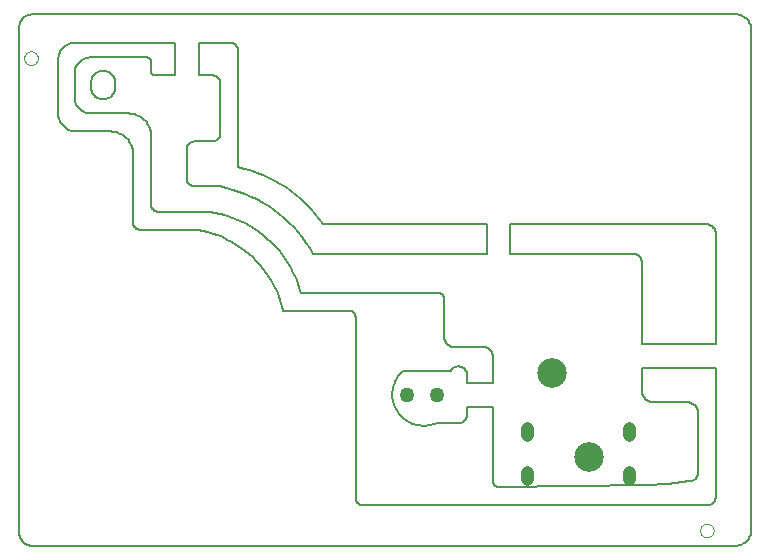
<source format=gbp>
G75*
G70*
%OFA0B0*%
%FSLAX24Y24*%
%IPPOS*%
%LPD*%
%AMOC8*
5,1,8,0,0,1.08239X$1,22.5*
%
%ADD10C,0.0050*%
%ADD11C,0.0004*%
%ADD12C,0.0433*%
%ADD13C,0.0500*%
%ADD14C,0.0984*%
%ADD15C,0.0000*%
D10*
X000929Y000534D02*
X024328Y000534D01*
X024327Y000533D02*
X024374Y000530D01*
X024420Y000531D01*
X024466Y000536D01*
X024512Y000544D01*
X024556Y000557D01*
X024600Y000573D01*
X024642Y000592D01*
X024682Y000615D01*
X024720Y000641D01*
X024756Y000671D01*
X024790Y000703D01*
X024821Y000737D01*
X024848Y000775D01*
X024873Y000814D01*
X024894Y000855D01*
X024912Y000898D01*
X024926Y000942D01*
X024936Y000987D01*
X024943Y001033D01*
X024943Y001034D02*
X024943Y017752D01*
X024943Y017753D02*
X024936Y017798D01*
X024926Y017844D01*
X024911Y017888D01*
X024894Y017930D01*
X024872Y017971D01*
X024848Y018011D01*
X024820Y018048D01*
X024789Y018082D01*
X024756Y018114D01*
X024720Y018143D01*
X024682Y018170D01*
X024641Y018192D01*
X024599Y018212D01*
X024556Y018228D01*
X024511Y018240D01*
X024466Y018248D01*
X024420Y018253D01*
X024374Y018254D01*
X024327Y018251D01*
X024328Y018250D02*
X000929Y018250D01*
X000930Y018250D02*
X000889Y018243D01*
X000849Y018233D01*
X000809Y018219D01*
X000772Y018201D01*
X000736Y018180D01*
X000702Y018156D01*
X000671Y018129D01*
X000642Y018099D01*
X000616Y018066D01*
X000593Y018032D01*
X000574Y017995D01*
X000558Y017956D01*
X000546Y017917D01*
X000537Y017876D01*
X000532Y017835D01*
X000531Y017793D01*
X000534Y017752D01*
X000534Y001034D01*
X000531Y000993D01*
X000532Y000951D01*
X000537Y000910D01*
X000545Y000869D01*
X000558Y000829D01*
X000574Y000791D01*
X000593Y000754D01*
X000616Y000719D01*
X000642Y000686D01*
X000670Y000656D01*
X000702Y000629D01*
X000736Y000604D01*
X000772Y000583D01*
X000809Y000565D01*
X000848Y000551D01*
X000889Y000541D01*
X000930Y000534D01*
X009337Y008375D02*
X009294Y008543D01*
X009242Y008708D01*
X009183Y008870D01*
X009115Y009030D01*
X009040Y009186D01*
X008957Y009338D01*
X008867Y009486D01*
X008770Y009629D01*
X008666Y009767D01*
X008556Y009900D01*
X008439Y010028D01*
X008316Y010150D01*
X008187Y010266D01*
X008053Y010375D01*
X007913Y010477D01*
X007769Y010573D01*
X007620Y010662D01*
X007467Y010743D01*
X007311Y010816D01*
X007151Y010882D01*
X006987Y010940D01*
X006822Y010990D01*
X006654Y011032D01*
X006484Y011066D01*
X006484Y011065D02*
X004578Y011065D01*
X004548Y011067D01*
X004518Y011072D01*
X004489Y011081D01*
X004462Y011094D01*
X004436Y011109D01*
X004412Y011128D01*
X004391Y011149D01*
X004372Y011173D01*
X004357Y011199D01*
X004344Y011226D01*
X004335Y011255D01*
X004330Y011285D01*
X004328Y011315D01*
X004328Y013595D01*
X004326Y013649D01*
X004320Y013702D01*
X004311Y013754D01*
X004298Y013806D01*
X004281Y013857D01*
X004260Y013907D01*
X004236Y013954D01*
X004209Y014000D01*
X004178Y014044D01*
X004145Y014086D01*
X004108Y014125D01*
X004069Y014162D01*
X004027Y014195D01*
X003983Y014226D01*
X003937Y014253D01*
X003890Y014277D01*
X003840Y014298D01*
X003789Y014315D01*
X003737Y014328D01*
X003685Y014337D01*
X003632Y014343D01*
X003578Y014345D01*
X002387Y014345D01*
X002341Y014350D01*
X002296Y014359D01*
X002251Y014371D01*
X002207Y014386D01*
X002165Y014405D01*
X002124Y014428D01*
X002085Y014453D01*
X002048Y014481D01*
X002014Y014512D01*
X001982Y014546D01*
X001953Y014582D01*
X001927Y014621D01*
X001903Y014661D01*
X001884Y014703D01*
X001867Y014746D01*
X001854Y014791D01*
X001844Y014836D01*
X001838Y014882D01*
X001836Y014928D01*
X001837Y014975D01*
X001837Y016756D01*
X001839Y016801D01*
X001845Y016847D01*
X001854Y016891D01*
X001867Y016935D01*
X001883Y016977D01*
X001903Y017018D01*
X001927Y017057D01*
X001953Y017094D01*
X001982Y017129D01*
X002014Y017161D01*
X002049Y017190D01*
X002086Y017216D01*
X002125Y017240D01*
X002166Y017260D01*
X002208Y017276D01*
X002252Y017289D01*
X002296Y017298D01*
X002342Y017304D01*
X002387Y017306D01*
X005733Y017306D01*
X005733Y016215D01*
X005078Y016215D01*
X005055Y016217D01*
X005032Y016222D01*
X005010Y016231D01*
X004990Y016244D01*
X004972Y016259D01*
X004957Y016277D01*
X004944Y016297D01*
X004935Y016319D01*
X004930Y016342D01*
X004928Y016365D01*
X004928Y016665D01*
X004926Y016688D01*
X004921Y016711D01*
X004912Y016733D01*
X004899Y016753D01*
X004884Y016771D01*
X004866Y016786D01*
X004846Y016799D01*
X004824Y016808D01*
X004801Y016813D01*
X004778Y016815D01*
X002928Y016815D01*
X002883Y016813D01*
X002837Y016807D01*
X002793Y016798D01*
X002749Y016785D01*
X002707Y016769D01*
X002666Y016749D01*
X002627Y016725D01*
X002590Y016699D01*
X002555Y016670D01*
X002523Y016638D01*
X002494Y016603D01*
X002468Y016566D01*
X002444Y016527D01*
X002424Y016486D01*
X002408Y016444D01*
X002395Y016400D01*
X002386Y016356D01*
X002380Y016310D01*
X002378Y016265D01*
X002378Y015495D01*
X002380Y015450D01*
X002386Y015404D01*
X002395Y015360D01*
X002408Y015316D01*
X002424Y015274D01*
X002444Y015233D01*
X002468Y015194D01*
X002494Y015157D01*
X002523Y015122D01*
X002555Y015090D01*
X002590Y015061D01*
X002627Y015035D01*
X002666Y015011D01*
X002707Y014991D01*
X002749Y014975D01*
X002793Y014962D01*
X002837Y014953D01*
X002883Y014947D01*
X002928Y014945D01*
X004178Y014945D01*
X004232Y014943D01*
X004285Y014937D01*
X004337Y014928D01*
X004389Y014915D01*
X004440Y014898D01*
X004490Y014877D01*
X004537Y014853D01*
X004583Y014826D01*
X004627Y014795D01*
X004669Y014762D01*
X004708Y014725D01*
X004745Y014686D01*
X004778Y014644D01*
X004809Y014600D01*
X004836Y014554D01*
X004860Y014507D01*
X004881Y014457D01*
X004898Y014406D01*
X004911Y014354D01*
X004920Y014302D01*
X004926Y014249D01*
X004928Y014195D01*
X004928Y011915D01*
X004930Y011885D01*
X004935Y011855D01*
X004944Y011826D01*
X004957Y011799D01*
X004972Y011773D01*
X004991Y011749D01*
X005012Y011728D01*
X005036Y011709D01*
X005062Y011694D01*
X005089Y011681D01*
X005118Y011672D01*
X005148Y011667D01*
X005178Y011665D01*
X006878Y011665D01*
X007228Y012515D02*
X006378Y012515D01*
X006348Y012517D01*
X006318Y012522D01*
X006289Y012531D01*
X006262Y012544D01*
X006236Y012559D01*
X006212Y012578D01*
X006191Y012599D01*
X006172Y012623D01*
X006157Y012649D01*
X006144Y012676D01*
X006135Y012705D01*
X006130Y012735D01*
X006128Y012765D01*
X006128Y013765D01*
X006130Y013795D01*
X006135Y013825D01*
X006144Y013854D01*
X006157Y013881D01*
X006172Y013907D01*
X006191Y013931D01*
X006212Y013952D01*
X006236Y013971D01*
X006262Y013986D01*
X006289Y013999D01*
X006318Y014008D01*
X006348Y014013D01*
X006378Y014015D01*
X006978Y014015D01*
X007008Y014017D01*
X007038Y014022D01*
X007067Y014031D01*
X007094Y014044D01*
X007120Y014059D01*
X007144Y014078D01*
X007165Y014099D01*
X007184Y014123D01*
X007199Y014149D01*
X007212Y014176D01*
X007221Y014205D01*
X007226Y014235D01*
X007228Y014265D01*
X007228Y014604D01*
X007228Y014614D02*
X007228Y015648D01*
X007228Y015628D02*
X007228Y015965D01*
X007226Y015995D01*
X007221Y016025D01*
X007212Y016054D01*
X007199Y016081D01*
X007184Y016107D01*
X007165Y016131D01*
X007144Y016152D01*
X007120Y016171D01*
X007094Y016186D01*
X007067Y016199D01*
X007038Y016208D01*
X007008Y016213D01*
X006978Y016215D01*
X006521Y016215D01*
X006521Y017306D01*
X007568Y017306D01*
X007569Y017306D02*
X007599Y017304D01*
X007628Y017299D01*
X007657Y017291D01*
X007684Y017279D01*
X007710Y017263D01*
X007734Y017245D01*
X007755Y017224D01*
X007774Y017201D01*
X007790Y017175D01*
X007802Y017148D01*
X007811Y017119D01*
X007817Y017090D01*
X007819Y017060D01*
X007818Y017060D02*
X007818Y013156D01*
X010657Y011256D02*
X016120Y011256D01*
X016120Y010259D01*
X010328Y010259D01*
X009928Y008965D02*
X014478Y008965D01*
X014506Y008964D01*
X014533Y008960D01*
X014560Y008953D01*
X014585Y008942D01*
X014609Y008928D01*
X014630Y008911D01*
X014650Y008891D01*
X014666Y008869D01*
X014680Y008845D01*
X014690Y008819D01*
X014697Y008792D01*
X014700Y008765D01*
X014699Y008765D02*
X014699Y007521D01*
X014698Y007485D01*
X014701Y007450D01*
X014708Y007415D01*
X014718Y007381D01*
X014732Y007348D01*
X014749Y007316D01*
X014770Y007287D01*
X014793Y007260D01*
X014819Y007236D01*
X014847Y007214D01*
X014878Y007195D01*
X014910Y007180D01*
X014944Y007169D01*
X014979Y007160D01*
X015014Y007156D01*
X016009Y007156D01*
X016010Y007156D02*
X016042Y007155D01*
X016074Y007152D01*
X016106Y007144D01*
X016137Y007133D01*
X016166Y007119D01*
X016193Y007101D01*
X016219Y007081D01*
X016242Y007058D01*
X016262Y007032D01*
X016279Y007005D01*
X016293Y006975D01*
X016303Y006944D01*
X016310Y006913D01*
X016314Y006880D01*
X016314Y006881D02*
X016314Y005956D01*
X015468Y005956D01*
X015468Y006220D01*
X015466Y006253D01*
X015460Y006286D01*
X015450Y006318D01*
X015437Y006349D01*
X015421Y006378D01*
X015401Y006406D01*
X015378Y006430D01*
X015353Y006452D01*
X015325Y006471D01*
X015296Y006487D01*
X015264Y006499D01*
X015232Y006508D01*
X015199Y006513D01*
X015165Y006514D01*
X015132Y006511D01*
X015099Y006505D01*
X015067Y006495D01*
X015036Y006481D01*
X015007Y006464D01*
X014980Y006444D01*
X014956Y006421D01*
X014935Y006395D01*
X014916Y006367D01*
X014917Y006367D02*
X013342Y006367D01*
X013341Y006367D02*
X013294Y006325D01*
X013249Y006280D01*
X013208Y006232D01*
X013169Y006182D01*
X013133Y006129D01*
X013101Y006075D01*
X013072Y006018D01*
X013046Y005960D01*
X013024Y005901D01*
X013006Y005840D01*
X012991Y005778D01*
X012981Y005715D01*
X012974Y005652D01*
X012971Y005589D01*
X012972Y005525D01*
X012977Y005462D01*
X012986Y005399D01*
X012998Y005337D01*
X013015Y005276D01*
X013035Y005216D01*
X013058Y005157D01*
X013086Y005099D01*
X013116Y005044D01*
X013150Y004990D01*
X013188Y004939D01*
X013228Y004890D01*
X013271Y004844D01*
X013317Y004800D01*
X013366Y004759D01*
X013417Y004721D01*
X013470Y004687D01*
X013526Y004656D01*
X013583Y004628D01*
X013641Y004604D01*
X013701Y004583D01*
X013763Y004566D01*
X013825Y004553D01*
X013887Y004544D01*
X013951Y004539D01*
X014014Y004537D01*
X014078Y004539D01*
X014141Y004546D01*
X014203Y004556D01*
X014265Y004570D01*
X014326Y004587D01*
X014386Y004609D01*
X014444Y004634D01*
X015153Y004634D01*
X015186Y004633D01*
X015218Y004636D01*
X015250Y004642D01*
X015281Y004652D01*
X015311Y004665D01*
X015339Y004682D01*
X015365Y004701D01*
X015389Y004724D01*
X015410Y004749D01*
X015428Y004776D01*
X015443Y004805D01*
X015455Y004835D01*
X015463Y004867D01*
X015468Y004899D01*
X015468Y005167D01*
X016314Y005167D01*
X016314Y002729D01*
X016316Y002699D01*
X016321Y002669D01*
X016330Y002640D01*
X016343Y002613D01*
X016358Y002587D01*
X016377Y002563D01*
X016398Y002542D01*
X016422Y002523D01*
X016448Y002508D01*
X016475Y002495D01*
X016504Y002486D01*
X016534Y002481D01*
X016564Y002479D01*
X021424Y002565D01*
X022873Y002683D02*
X022906Y002685D01*
X022938Y002690D01*
X022970Y002699D01*
X023001Y002712D01*
X023029Y002728D01*
X023056Y002747D01*
X023081Y002769D01*
X023103Y002794D01*
X023122Y002821D01*
X023138Y002849D01*
X023151Y002880D01*
X023160Y002912D01*
X023165Y002944D01*
X023167Y002977D01*
X023167Y004915D01*
X023167Y004916D02*
X023168Y004952D01*
X023166Y004988D01*
X023160Y005024D01*
X023150Y005059D01*
X023137Y005094D01*
X023121Y005126D01*
X023102Y005157D01*
X023080Y005186D01*
X023055Y005213D01*
X023028Y005237D01*
X022998Y005258D01*
X022967Y005276D01*
X022933Y005291D01*
X022899Y005303D01*
X022863Y005311D01*
X022827Y005316D01*
X022828Y005315D02*
X021728Y005315D01*
X021689Y005314D01*
X021649Y005317D01*
X021611Y005324D01*
X021573Y005334D01*
X021536Y005348D01*
X021500Y005365D01*
X021467Y005386D01*
X021435Y005409D01*
X021406Y005435D01*
X021379Y005464D01*
X021355Y005495D01*
X021333Y005528D01*
X021315Y005563D01*
X021301Y005600D01*
X021290Y005637D01*
X021282Y005676D01*
X021278Y005715D01*
X021278Y006464D01*
X023758Y006464D01*
X023758Y002186D01*
X023756Y002153D01*
X023751Y002120D01*
X023742Y002088D01*
X023730Y002058D01*
X023714Y002028D01*
X023695Y002001D01*
X023673Y001976D01*
X023648Y001954D01*
X023621Y001935D01*
X023592Y001918D01*
X023562Y001905D01*
X023530Y001896D01*
X023497Y001890D01*
X023464Y001888D01*
X011983Y001888D01*
X011984Y001888D02*
X011954Y001891D01*
X011925Y001897D01*
X011897Y001907D01*
X011871Y001920D01*
X011846Y001936D01*
X011823Y001955D01*
X011803Y001977D01*
X011786Y002001D01*
X011771Y002027D01*
X011760Y002054D01*
X011752Y002083D01*
X011748Y002112D01*
X011747Y002141D01*
X011747Y002142D02*
X011747Y008175D01*
X011744Y008202D01*
X011737Y008229D01*
X011727Y008255D01*
X011713Y008279D01*
X011697Y008301D01*
X011677Y008321D01*
X011656Y008338D01*
X011632Y008352D01*
X011607Y008363D01*
X011580Y008370D01*
X011553Y008374D01*
X011525Y008375D01*
X009337Y008375D01*
X010657Y011256D02*
X010530Y011434D01*
X010394Y011605D01*
X010250Y011770D01*
X010099Y011928D01*
X009940Y012078D01*
X009774Y012221D01*
X009601Y012356D01*
X009422Y012482D01*
X009238Y012599D01*
X009047Y012707D01*
X008852Y012806D01*
X008653Y012896D01*
X008449Y012976D01*
X008242Y013046D01*
X008031Y013106D01*
X007818Y013156D01*
X003728Y015815D02*
X003728Y015965D01*
X003726Y016004D01*
X003720Y016043D01*
X003711Y016081D01*
X003698Y016118D01*
X003681Y016154D01*
X003661Y016187D01*
X003637Y016219D01*
X003611Y016248D01*
X003582Y016274D01*
X003550Y016298D01*
X003517Y016318D01*
X003481Y016335D01*
X003444Y016348D01*
X003406Y016357D01*
X003367Y016363D01*
X003328Y016365D01*
X003289Y016363D01*
X003250Y016357D01*
X003212Y016348D01*
X003175Y016335D01*
X003139Y016318D01*
X003106Y016298D01*
X003074Y016274D01*
X003045Y016248D01*
X003019Y016219D01*
X002995Y016187D01*
X002975Y016154D01*
X002958Y016118D01*
X002945Y016081D01*
X002936Y016043D01*
X002930Y016004D01*
X002928Y015965D01*
X002928Y015815D01*
X002930Y015776D01*
X002936Y015737D01*
X002945Y015699D01*
X002958Y015662D01*
X002975Y015626D01*
X002995Y015593D01*
X003019Y015561D01*
X003045Y015532D01*
X003074Y015506D01*
X003106Y015482D01*
X003139Y015462D01*
X003175Y015445D01*
X003212Y015432D01*
X003250Y015423D01*
X003289Y015417D01*
X003328Y015415D01*
X003367Y015417D01*
X003406Y015423D01*
X003444Y015432D01*
X003481Y015445D01*
X003517Y015462D01*
X003550Y015482D01*
X003582Y015506D01*
X003611Y015532D01*
X003637Y015561D01*
X003661Y015593D01*
X003681Y015626D01*
X003698Y015662D01*
X003711Y015699D01*
X003720Y015737D01*
X003726Y015776D01*
X003728Y015815D01*
X007228Y012515D02*
X007443Y012468D01*
X007655Y012410D01*
X007864Y012342D01*
X008070Y012264D01*
X008271Y012176D01*
X008469Y012079D01*
X008661Y011972D01*
X008847Y011856D01*
X009028Y011730D01*
X009203Y011597D01*
X009371Y011455D01*
X009532Y011305D01*
X009685Y011147D01*
X009831Y010983D01*
X009968Y010811D01*
X010097Y010633D01*
X010217Y010449D01*
X010328Y010259D01*
X009928Y008965D02*
X009877Y009137D01*
X009818Y009307D01*
X009751Y009474D01*
X009675Y009637D01*
X009592Y009797D01*
X009501Y009952D01*
X009403Y010102D01*
X009298Y010248D01*
X009185Y010388D01*
X009066Y010523D01*
X008941Y010652D01*
X008809Y010774D01*
X008671Y010890D01*
X008528Y010999D01*
X008380Y011101D01*
X008227Y011195D01*
X008070Y011282D01*
X007909Y011362D01*
X007744Y011433D01*
X007576Y011496D01*
X007404Y011551D01*
X007231Y011598D01*
X007055Y011636D01*
X006878Y011665D01*
X016908Y011256D02*
X016908Y010259D01*
X021028Y010259D01*
X021058Y010258D01*
X021087Y010253D01*
X021116Y010244D01*
X021143Y010232D01*
X021169Y010217D01*
X021192Y010199D01*
X021214Y010178D01*
X021232Y010155D01*
X021248Y010130D01*
X021261Y010103D01*
X021270Y010074D01*
X021276Y010045D01*
X021278Y010015D01*
X021278Y007252D01*
X023758Y007252D01*
X023758Y010915D01*
X023757Y010916D02*
X023756Y010951D01*
X023751Y010985D01*
X023742Y011019D01*
X023730Y011052D01*
X023715Y011084D01*
X023696Y011114D01*
X023674Y011141D01*
X023650Y011166D01*
X023623Y011189D01*
X023594Y011208D01*
X023563Y011225D01*
X023531Y011238D01*
X023497Y011248D01*
X023462Y011254D01*
X023427Y011256D01*
X023428Y011256D02*
X016908Y011256D01*
X021424Y002565D02*
X022150Y002608D01*
X022873Y002683D01*
D11*
X020956Y002742D02*
X020956Y002986D01*
X020955Y002986D02*
X020953Y003006D01*
X020948Y003025D01*
X020939Y003043D01*
X020927Y003059D01*
X020912Y003072D01*
X020895Y003083D01*
X020877Y003090D01*
X020857Y003094D01*
X020837Y003094D01*
X020817Y003090D01*
X020799Y003083D01*
X020782Y003072D01*
X020767Y003059D01*
X020755Y003043D01*
X020746Y003025D01*
X020741Y003006D01*
X020739Y002986D01*
X020739Y002742D01*
X020741Y002722D01*
X020746Y002703D01*
X020755Y002685D01*
X020767Y002669D01*
X020782Y002656D01*
X020799Y002645D01*
X020817Y002638D01*
X020837Y002634D01*
X020857Y002634D01*
X020877Y002638D01*
X020895Y002645D01*
X020912Y002656D01*
X020927Y002669D01*
X020939Y002685D01*
X020948Y002703D01*
X020953Y002722D01*
X020955Y002742D01*
X020956Y004238D02*
X020956Y004483D01*
X020955Y004483D02*
X020953Y004503D01*
X020948Y004522D01*
X020939Y004540D01*
X020927Y004556D01*
X020912Y004569D01*
X020895Y004580D01*
X020877Y004587D01*
X020857Y004591D01*
X020837Y004591D01*
X020817Y004587D01*
X020799Y004580D01*
X020782Y004569D01*
X020767Y004556D01*
X020755Y004540D01*
X020746Y004522D01*
X020741Y004503D01*
X020739Y004483D01*
X020739Y004238D01*
X020741Y004218D01*
X020746Y004199D01*
X020755Y004181D01*
X020767Y004165D01*
X020782Y004152D01*
X020799Y004141D01*
X020817Y004134D01*
X020837Y004130D01*
X020857Y004130D01*
X020877Y004134D01*
X020895Y004141D01*
X020912Y004152D01*
X020927Y004165D01*
X020939Y004181D01*
X020948Y004199D01*
X020953Y004218D01*
X020955Y004238D01*
X017554Y004238D02*
X017554Y004483D01*
X017552Y004503D01*
X017547Y004522D01*
X017538Y004540D01*
X017526Y004556D01*
X017511Y004569D01*
X017494Y004580D01*
X017476Y004587D01*
X017456Y004591D01*
X017436Y004591D01*
X017416Y004587D01*
X017398Y004580D01*
X017381Y004569D01*
X017366Y004556D01*
X017354Y004540D01*
X017345Y004522D01*
X017340Y004503D01*
X017338Y004483D01*
X017338Y004238D01*
X017340Y004218D01*
X017345Y004199D01*
X017354Y004181D01*
X017366Y004165D01*
X017381Y004152D01*
X017398Y004141D01*
X017416Y004134D01*
X017436Y004130D01*
X017456Y004130D01*
X017476Y004134D01*
X017494Y004141D01*
X017511Y004152D01*
X017526Y004165D01*
X017538Y004181D01*
X017547Y004199D01*
X017552Y004218D01*
X017554Y004238D01*
X017554Y002986D02*
X017554Y002742D01*
X017552Y002722D01*
X017547Y002703D01*
X017538Y002685D01*
X017526Y002669D01*
X017511Y002656D01*
X017494Y002645D01*
X017476Y002638D01*
X017456Y002634D01*
X017436Y002634D01*
X017416Y002638D01*
X017398Y002645D01*
X017381Y002656D01*
X017366Y002669D01*
X017354Y002685D01*
X017345Y002703D01*
X017340Y002722D01*
X017338Y002742D01*
X017338Y002986D01*
X017340Y003006D01*
X017345Y003025D01*
X017354Y003043D01*
X017366Y003059D01*
X017381Y003072D01*
X017398Y003083D01*
X017416Y003090D01*
X017436Y003094D01*
X017456Y003094D01*
X017476Y003090D01*
X017494Y003083D01*
X017511Y003072D01*
X017526Y003059D01*
X017538Y003043D01*
X017547Y003025D01*
X017552Y003006D01*
X017554Y002986D01*
D12*
X017446Y002744D02*
X017446Y002744D01*
X017446Y002980D01*
X017446Y002980D01*
X017446Y002744D01*
X017446Y004241D02*
X017446Y004241D01*
X017446Y004477D01*
X017446Y004477D01*
X017446Y004241D01*
X020847Y004241D02*
X020847Y004241D01*
X020847Y004477D01*
X020847Y004477D01*
X020847Y004241D01*
X020847Y002744D02*
X020847Y002744D01*
X020847Y002980D01*
X020847Y002980D01*
X020847Y002744D01*
D13*
X014468Y005547D03*
X013468Y005547D03*
D14*
X018308Y006278D03*
X019538Y003495D03*
D15*
X023229Y001042D02*
X023231Y001072D01*
X023237Y001101D01*
X023246Y001129D01*
X023259Y001155D01*
X023276Y001180D01*
X023295Y001203D01*
X023318Y001222D01*
X023342Y001239D01*
X023369Y001252D01*
X023397Y001261D01*
X023426Y001267D01*
X023456Y001269D01*
X023486Y001267D01*
X023515Y001261D01*
X023543Y001252D01*
X023569Y001239D01*
X023594Y001222D01*
X023617Y001203D01*
X023636Y001180D01*
X023653Y001156D01*
X023666Y001129D01*
X023675Y001101D01*
X023681Y001072D01*
X023683Y001042D01*
X023681Y001012D01*
X023675Y000983D01*
X023666Y000955D01*
X023653Y000929D01*
X023636Y000904D01*
X023617Y000881D01*
X023594Y000862D01*
X023570Y000845D01*
X023543Y000832D01*
X023515Y000823D01*
X023486Y000817D01*
X023456Y000815D01*
X023426Y000817D01*
X023397Y000823D01*
X023369Y000832D01*
X023343Y000845D01*
X023318Y000862D01*
X023295Y000881D01*
X023276Y000904D01*
X023259Y000928D01*
X023246Y000955D01*
X023237Y000983D01*
X023231Y001012D01*
X023229Y001042D01*
X000700Y016790D02*
X000702Y016820D01*
X000708Y016849D01*
X000717Y016877D01*
X000730Y016903D01*
X000747Y016928D01*
X000766Y016951D01*
X000789Y016970D01*
X000813Y016987D01*
X000840Y017000D01*
X000868Y017009D01*
X000897Y017015D01*
X000927Y017017D01*
X000957Y017015D01*
X000986Y017009D01*
X001014Y017000D01*
X001040Y016987D01*
X001065Y016970D01*
X001088Y016951D01*
X001107Y016928D01*
X001124Y016904D01*
X001137Y016877D01*
X001146Y016849D01*
X001152Y016820D01*
X001154Y016790D01*
X001152Y016760D01*
X001146Y016731D01*
X001137Y016703D01*
X001124Y016677D01*
X001107Y016652D01*
X001088Y016629D01*
X001065Y016610D01*
X001041Y016593D01*
X001014Y016580D01*
X000986Y016571D01*
X000957Y016565D01*
X000927Y016563D01*
X000897Y016565D01*
X000868Y016571D01*
X000840Y016580D01*
X000814Y016593D01*
X000789Y016610D01*
X000766Y016629D01*
X000747Y016652D01*
X000730Y016676D01*
X000717Y016703D01*
X000708Y016731D01*
X000702Y016760D01*
X000700Y016790D01*
M02*

</source>
